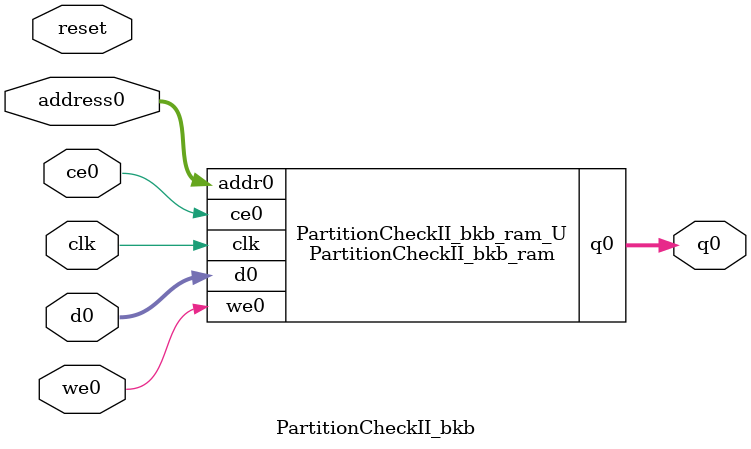
<source format=v>
`timescale 1 ns / 1 ps
module PartitionCheckII_bkb_ram (addr0, ce0, d0, we0, q0,  clk);

parameter DWIDTH = 32;
parameter AWIDTH = 7;
parameter MEM_SIZE = 100;

input[AWIDTH-1:0] addr0;
input ce0;
input[DWIDTH-1:0] d0;
input we0;
output reg[DWIDTH-1:0] q0;
input clk;

(* ram_style = "block" *)reg [DWIDTH-1:0] ram[0:MEM_SIZE-1];




always @(posedge clk)  
begin 
    if (ce0) begin
        if (we0) 
            ram[addr0] <= d0; 
        q0 <= ram[addr0];
    end
end


endmodule

`timescale 1 ns / 1 ps
module PartitionCheckII_bkb(
    reset,
    clk,
    address0,
    ce0,
    we0,
    d0,
    q0);

parameter DataWidth = 32'd32;
parameter AddressRange = 32'd100;
parameter AddressWidth = 32'd7;
input reset;
input clk;
input[AddressWidth - 1:0] address0;
input ce0;
input we0;
input[DataWidth - 1:0] d0;
output[DataWidth - 1:0] q0;



PartitionCheckII_bkb_ram PartitionCheckII_bkb_ram_U(
    .clk( clk ),
    .addr0( address0 ),
    .ce0( ce0 ),
    .we0( we0 ),
    .d0( d0 ),
    .q0( q0 ));

endmodule


</source>
